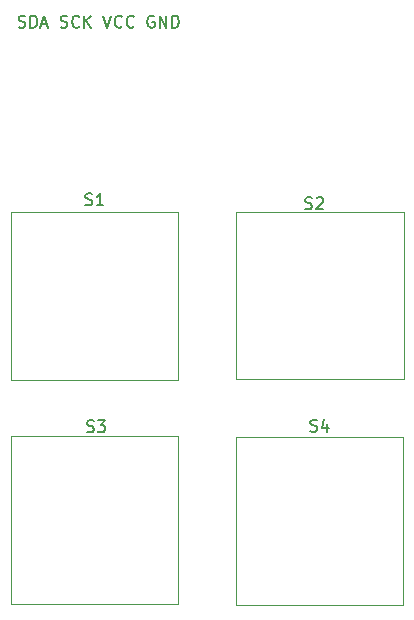
<source format=gbr>
%TF.GenerationSoftware,KiCad,Pcbnew,9.0.7*%
%TF.CreationDate,2026-02-13T21:46:17+05:30*%
%TF.ProjectId,laya's macropad,6c617961-2773-4206-9d61-63726f706164,rev?*%
%TF.SameCoordinates,Original*%
%TF.FileFunction,Legend,Top*%
%TF.FilePolarity,Positive*%
%FSLAX46Y46*%
G04 Gerber Fmt 4.6, Leading zero omitted, Abs format (unit mm)*
G04 Created by KiCad (PCBNEW 9.0.7) date 2026-02-13 21:46:17*
%MOMM*%
%LPD*%
G01*
G04 APERTURE LIST*
%ADD10C,0.150000*%
%ADD11C,0.200000*%
%ADD12C,0.120000*%
G04 APERTURE END LIST*
D10*
X147538095Y-100087200D02*
X147680952Y-100134819D01*
X147680952Y-100134819D02*
X147919047Y-100134819D01*
X147919047Y-100134819D02*
X148014285Y-100087200D01*
X148014285Y-100087200D02*
X148061904Y-100039580D01*
X148061904Y-100039580D02*
X148109523Y-99944342D01*
X148109523Y-99944342D02*
X148109523Y-99849104D01*
X148109523Y-99849104D02*
X148061904Y-99753866D01*
X148061904Y-99753866D02*
X148014285Y-99706247D01*
X148014285Y-99706247D02*
X147919047Y-99658628D01*
X147919047Y-99658628D02*
X147728571Y-99611009D01*
X147728571Y-99611009D02*
X147633333Y-99563390D01*
X147633333Y-99563390D02*
X147585714Y-99515771D01*
X147585714Y-99515771D02*
X147538095Y-99420533D01*
X147538095Y-99420533D02*
X147538095Y-99325295D01*
X147538095Y-99325295D02*
X147585714Y-99230057D01*
X147585714Y-99230057D02*
X147633333Y-99182438D01*
X147633333Y-99182438D02*
X147728571Y-99134819D01*
X147728571Y-99134819D02*
X147966666Y-99134819D01*
X147966666Y-99134819D02*
X148109523Y-99182438D01*
X148966666Y-99468152D02*
X148966666Y-100134819D01*
X148728571Y-99087200D02*
X148490476Y-99801485D01*
X148490476Y-99801485D02*
X149109523Y-99801485D01*
X147101045Y-81251658D02*
X147243902Y-81299277D01*
X147243902Y-81299277D02*
X147481997Y-81299277D01*
X147481997Y-81299277D02*
X147577235Y-81251658D01*
X147577235Y-81251658D02*
X147624854Y-81204038D01*
X147624854Y-81204038D02*
X147672473Y-81108800D01*
X147672473Y-81108800D02*
X147672473Y-81013562D01*
X147672473Y-81013562D02*
X147624854Y-80918324D01*
X147624854Y-80918324D02*
X147577235Y-80870705D01*
X147577235Y-80870705D02*
X147481997Y-80823086D01*
X147481997Y-80823086D02*
X147291521Y-80775467D01*
X147291521Y-80775467D02*
X147196283Y-80727848D01*
X147196283Y-80727848D02*
X147148664Y-80680229D01*
X147148664Y-80680229D02*
X147101045Y-80584991D01*
X147101045Y-80584991D02*
X147101045Y-80489753D01*
X147101045Y-80489753D02*
X147148664Y-80394515D01*
X147148664Y-80394515D02*
X147196283Y-80346896D01*
X147196283Y-80346896D02*
X147291521Y-80299277D01*
X147291521Y-80299277D02*
X147529616Y-80299277D01*
X147529616Y-80299277D02*
X147672473Y-80346896D01*
X148053426Y-80394515D02*
X148101045Y-80346896D01*
X148101045Y-80346896D02*
X148196283Y-80299277D01*
X148196283Y-80299277D02*
X148434378Y-80299277D01*
X148434378Y-80299277D02*
X148529616Y-80346896D01*
X148529616Y-80346896D02*
X148577235Y-80394515D01*
X148577235Y-80394515D02*
X148624854Y-80489753D01*
X148624854Y-80489753D02*
X148624854Y-80584991D01*
X148624854Y-80584991D02*
X148577235Y-80727848D01*
X148577235Y-80727848D02*
X148005807Y-81299277D01*
X148005807Y-81299277D02*
X148624854Y-81299277D01*
X128488095Y-80917200D02*
X128630952Y-80964819D01*
X128630952Y-80964819D02*
X128869047Y-80964819D01*
X128869047Y-80964819D02*
X128964285Y-80917200D01*
X128964285Y-80917200D02*
X129011904Y-80869580D01*
X129011904Y-80869580D02*
X129059523Y-80774342D01*
X129059523Y-80774342D02*
X129059523Y-80679104D01*
X129059523Y-80679104D02*
X129011904Y-80583866D01*
X129011904Y-80583866D02*
X128964285Y-80536247D01*
X128964285Y-80536247D02*
X128869047Y-80488628D01*
X128869047Y-80488628D02*
X128678571Y-80441009D01*
X128678571Y-80441009D02*
X128583333Y-80393390D01*
X128583333Y-80393390D02*
X128535714Y-80345771D01*
X128535714Y-80345771D02*
X128488095Y-80250533D01*
X128488095Y-80250533D02*
X128488095Y-80155295D01*
X128488095Y-80155295D02*
X128535714Y-80060057D01*
X128535714Y-80060057D02*
X128583333Y-80012438D01*
X128583333Y-80012438D02*
X128678571Y-79964819D01*
X128678571Y-79964819D02*
X128916666Y-79964819D01*
X128916666Y-79964819D02*
X129059523Y-80012438D01*
X130011904Y-80964819D02*
X129440476Y-80964819D01*
X129726190Y-80964819D02*
X129726190Y-79964819D01*
X129726190Y-79964819D02*
X129630952Y-80107676D01*
X129630952Y-80107676D02*
X129535714Y-80202914D01*
X129535714Y-80202914D02*
X129440476Y-80250533D01*
X128623095Y-100132200D02*
X128765952Y-100179819D01*
X128765952Y-100179819D02*
X129004047Y-100179819D01*
X129004047Y-100179819D02*
X129099285Y-100132200D01*
X129099285Y-100132200D02*
X129146904Y-100084580D01*
X129146904Y-100084580D02*
X129194523Y-99989342D01*
X129194523Y-99989342D02*
X129194523Y-99894104D01*
X129194523Y-99894104D02*
X129146904Y-99798866D01*
X129146904Y-99798866D02*
X129099285Y-99751247D01*
X129099285Y-99751247D02*
X129004047Y-99703628D01*
X129004047Y-99703628D02*
X128813571Y-99656009D01*
X128813571Y-99656009D02*
X128718333Y-99608390D01*
X128718333Y-99608390D02*
X128670714Y-99560771D01*
X128670714Y-99560771D02*
X128623095Y-99465533D01*
X128623095Y-99465533D02*
X128623095Y-99370295D01*
X128623095Y-99370295D02*
X128670714Y-99275057D01*
X128670714Y-99275057D02*
X128718333Y-99227438D01*
X128718333Y-99227438D02*
X128813571Y-99179819D01*
X128813571Y-99179819D02*
X129051666Y-99179819D01*
X129051666Y-99179819D02*
X129194523Y-99227438D01*
X129527857Y-99179819D02*
X130146904Y-99179819D01*
X130146904Y-99179819D02*
X129813571Y-99560771D01*
X129813571Y-99560771D02*
X129956428Y-99560771D01*
X129956428Y-99560771D02*
X130051666Y-99608390D01*
X130051666Y-99608390D02*
X130099285Y-99656009D01*
X130099285Y-99656009D02*
X130146904Y-99751247D01*
X130146904Y-99751247D02*
X130146904Y-99989342D01*
X130146904Y-99989342D02*
X130099285Y-100084580D01*
X130099285Y-100084580D02*
X130051666Y-100132200D01*
X130051666Y-100132200D02*
X129956428Y-100179819D01*
X129956428Y-100179819D02*
X129670714Y-100179819D01*
X129670714Y-100179819D02*
X129575476Y-100132200D01*
X129575476Y-100132200D02*
X129527857Y-100084580D01*
D11*
X122824285Y-65879600D02*
X122967142Y-65927219D01*
X122967142Y-65927219D02*
X123205237Y-65927219D01*
X123205237Y-65927219D02*
X123300475Y-65879600D01*
X123300475Y-65879600D02*
X123348094Y-65831980D01*
X123348094Y-65831980D02*
X123395713Y-65736742D01*
X123395713Y-65736742D02*
X123395713Y-65641504D01*
X123395713Y-65641504D02*
X123348094Y-65546266D01*
X123348094Y-65546266D02*
X123300475Y-65498647D01*
X123300475Y-65498647D02*
X123205237Y-65451028D01*
X123205237Y-65451028D02*
X123014761Y-65403409D01*
X123014761Y-65403409D02*
X122919523Y-65355790D01*
X122919523Y-65355790D02*
X122871904Y-65308171D01*
X122871904Y-65308171D02*
X122824285Y-65212933D01*
X122824285Y-65212933D02*
X122824285Y-65117695D01*
X122824285Y-65117695D02*
X122871904Y-65022457D01*
X122871904Y-65022457D02*
X122919523Y-64974838D01*
X122919523Y-64974838D02*
X123014761Y-64927219D01*
X123014761Y-64927219D02*
X123252856Y-64927219D01*
X123252856Y-64927219D02*
X123395713Y-64974838D01*
X123824285Y-65927219D02*
X123824285Y-64927219D01*
X123824285Y-64927219D02*
X124062380Y-64927219D01*
X124062380Y-64927219D02*
X124205237Y-64974838D01*
X124205237Y-64974838D02*
X124300475Y-65070076D01*
X124300475Y-65070076D02*
X124348094Y-65165314D01*
X124348094Y-65165314D02*
X124395713Y-65355790D01*
X124395713Y-65355790D02*
X124395713Y-65498647D01*
X124395713Y-65498647D02*
X124348094Y-65689123D01*
X124348094Y-65689123D02*
X124300475Y-65784361D01*
X124300475Y-65784361D02*
X124205237Y-65879600D01*
X124205237Y-65879600D02*
X124062380Y-65927219D01*
X124062380Y-65927219D02*
X123824285Y-65927219D01*
X124776666Y-65641504D02*
X125252856Y-65641504D01*
X124681428Y-65927219D02*
X125014761Y-64927219D01*
X125014761Y-64927219D02*
X125348094Y-65927219D01*
X126395714Y-65879600D02*
X126538571Y-65927219D01*
X126538571Y-65927219D02*
X126776666Y-65927219D01*
X126776666Y-65927219D02*
X126871904Y-65879600D01*
X126871904Y-65879600D02*
X126919523Y-65831980D01*
X126919523Y-65831980D02*
X126967142Y-65736742D01*
X126967142Y-65736742D02*
X126967142Y-65641504D01*
X126967142Y-65641504D02*
X126919523Y-65546266D01*
X126919523Y-65546266D02*
X126871904Y-65498647D01*
X126871904Y-65498647D02*
X126776666Y-65451028D01*
X126776666Y-65451028D02*
X126586190Y-65403409D01*
X126586190Y-65403409D02*
X126490952Y-65355790D01*
X126490952Y-65355790D02*
X126443333Y-65308171D01*
X126443333Y-65308171D02*
X126395714Y-65212933D01*
X126395714Y-65212933D02*
X126395714Y-65117695D01*
X126395714Y-65117695D02*
X126443333Y-65022457D01*
X126443333Y-65022457D02*
X126490952Y-64974838D01*
X126490952Y-64974838D02*
X126586190Y-64927219D01*
X126586190Y-64927219D02*
X126824285Y-64927219D01*
X126824285Y-64927219D02*
X126967142Y-64974838D01*
X127967142Y-65831980D02*
X127919523Y-65879600D01*
X127919523Y-65879600D02*
X127776666Y-65927219D01*
X127776666Y-65927219D02*
X127681428Y-65927219D01*
X127681428Y-65927219D02*
X127538571Y-65879600D01*
X127538571Y-65879600D02*
X127443333Y-65784361D01*
X127443333Y-65784361D02*
X127395714Y-65689123D01*
X127395714Y-65689123D02*
X127348095Y-65498647D01*
X127348095Y-65498647D02*
X127348095Y-65355790D01*
X127348095Y-65355790D02*
X127395714Y-65165314D01*
X127395714Y-65165314D02*
X127443333Y-65070076D01*
X127443333Y-65070076D02*
X127538571Y-64974838D01*
X127538571Y-64974838D02*
X127681428Y-64927219D01*
X127681428Y-64927219D02*
X127776666Y-64927219D01*
X127776666Y-64927219D02*
X127919523Y-64974838D01*
X127919523Y-64974838D02*
X127967142Y-65022457D01*
X128395714Y-65927219D02*
X128395714Y-64927219D01*
X128967142Y-65927219D02*
X128538571Y-65355790D01*
X128967142Y-64927219D02*
X128395714Y-65498647D01*
X130014762Y-64927219D02*
X130348095Y-65927219D01*
X130348095Y-65927219D02*
X130681428Y-64927219D01*
X131586190Y-65831980D02*
X131538571Y-65879600D01*
X131538571Y-65879600D02*
X131395714Y-65927219D01*
X131395714Y-65927219D02*
X131300476Y-65927219D01*
X131300476Y-65927219D02*
X131157619Y-65879600D01*
X131157619Y-65879600D02*
X131062381Y-65784361D01*
X131062381Y-65784361D02*
X131014762Y-65689123D01*
X131014762Y-65689123D02*
X130967143Y-65498647D01*
X130967143Y-65498647D02*
X130967143Y-65355790D01*
X130967143Y-65355790D02*
X131014762Y-65165314D01*
X131014762Y-65165314D02*
X131062381Y-65070076D01*
X131062381Y-65070076D02*
X131157619Y-64974838D01*
X131157619Y-64974838D02*
X131300476Y-64927219D01*
X131300476Y-64927219D02*
X131395714Y-64927219D01*
X131395714Y-64927219D02*
X131538571Y-64974838D01*
X131538571Y-64974838D02*
X131586190Y-65022457D01*
X132586190Y-65831980D02*
X132538571Y-65879600D01*
X132538571Y-65879600D02*
X132395714Y-65927219D01*
X132395714Y-65927219D02*
X132300476Y-65927219D01*
X132300476Y-65927219D02*
X132157619Y-65879600D01*
X132157619Y-65879600D02*
X132062381Y-65784361D01*
X132062381Y-65784361D02*
X132014762Y-65689123D01*
X132014762Y-65689123D02*
X131967143Y-65498647D01*
X131967143Y-65498647D02*
X131967143Y-65355790D01*
X131967143Y-65355790D02*
X132014762Y-65165314D01*
X132014762Y-65165314D02*
X132062381Y-65070076D01*
X132062381Y-65070076D02*
X132157619Y-64974838D01*
X132157619Y-64974838D02*
X132300476Y-64927219D01*
X132300476Y-64927219D02*
X132395714Y-64927219D01*
X132395714Y-64927219D02*
X132538571Y-64974838D01*
X132538571Y-64974838D02*
X132586190Y-65022457D01*
X134300476Y-64974838D02*
X134205238Y-64927219D01*
X134205238Y-64927219D02*
X134062381Y-64927219D01*
X134062381Y-64927219D02*
X133919524Y-64974838D01*
X133919524Y-64974838D02*
X133824286Y-65070076D01*
X133824286Y-65070076D02*
X133776667Y-65165314D01*
X133776667Y-65165314D02*
X133729048Y-65355790D01*
X133729048Y-65355790D02*
X133729048Y-65498647D01*
X133729048Y-65498647D02*
X133776667Y-65689123D01*
X133776667Y-65689123D02*
X133824286Y-65784361D01*
X133824286Y-65784361D02*
X133919524Y-65879600D01*
X133919524Y-65879600D02*
X134062381Y-65927219D01*
X134062381Y-65927219D02*
X134157619Y-65927219D01*
X134157619Y-65927219D02*
X134300476Y-65879600D01*
X134300476Y-65879600D02*
X134348095Y-65831980D01*
X134348095Y-65831980D02*
X134348095Y-65498647D01*
X134348095Y-65498647D02*
X134157619Y-65498647D01*
X134776667Y-65927219D02*
X134776667Y-64927219D01*
X134776667Y-64927219D02*
X135348095Y-65927219D01*
X135348095Y-65927219D02*
X135348095Y-64927219D01*
X135824286Y-65927219D02*
X135824286Y-64927219D01*
X135824286Y-64927219D02*
X136062381Y-64927219D01*
X136062381Y-64927219D02*
X136205238Y-64974838D01*
X136205238Y-64974838D02*
X136300476Y-65070076D01*
X136300476Y-65070076D02*
X136348095Y-65165314D01*
X136348095Y-65165314D02*
X136395714Y-65355790D01*
X136395714Y-65355790D02*
X136395714Y-65498647D01*
X136395714Y-65498647D02*
X136348095Y-65689123D01*
X136348095Y-65689123D02*
X136300476Y-65784361D01*
X136300476Y-65784361D02*
X136205238Y-65879600D01*
X136205238Y-65879600D02*
X136062381Y-65927219D01*
X136062381Y-65927219D02*
X135824286Y-65927219D01*
D12*
%TO.C,S4*%
X141200000Y-100580000D02*
X141200000Y-114780000D01*
X141200000Y-114780000D02*
X155400000Y-114780000D01*
X155400000Y-100580000D02*
X141200000Y-100580000D01*
X155400000Y-114780000D02*
X155400000Y-100580000D01*
%TO.C,S2*%
X141230000Y-81520000D02*
X141230000Y-95720000D01*
X141230000Y-95720000D02*
X155430000Y-95720000D01*
X155430000Y-81520000D02*
X141230000Y-81520000D01*
X155430000Y-95720000D02*
X155430000Y-81520000D01*
%TO.C,S1*%
X122160000Y-81540000D02*
X122160000Y-95740000D01*
X122160000Y-95740000D02*
X136360000Y-95740000D01*
X136360000Y-81540000D02*
X122160000Y-81540000D01*
X136360000Y-95740000D02*
X136360000Y-81540000D01*
%TO.C,S3*%
X122150000Y-100550000D02*
X122150000Y-114750000D01*
X122150000Y-114750000D02*
X136350000Y-114750000D01*
X136350000Y-100550000D02*
X122150000Y-100550000D01*
X136350000Y-114750000D02*
X136350000Y-100550000D01*
%TD*%
M02*

</source>
